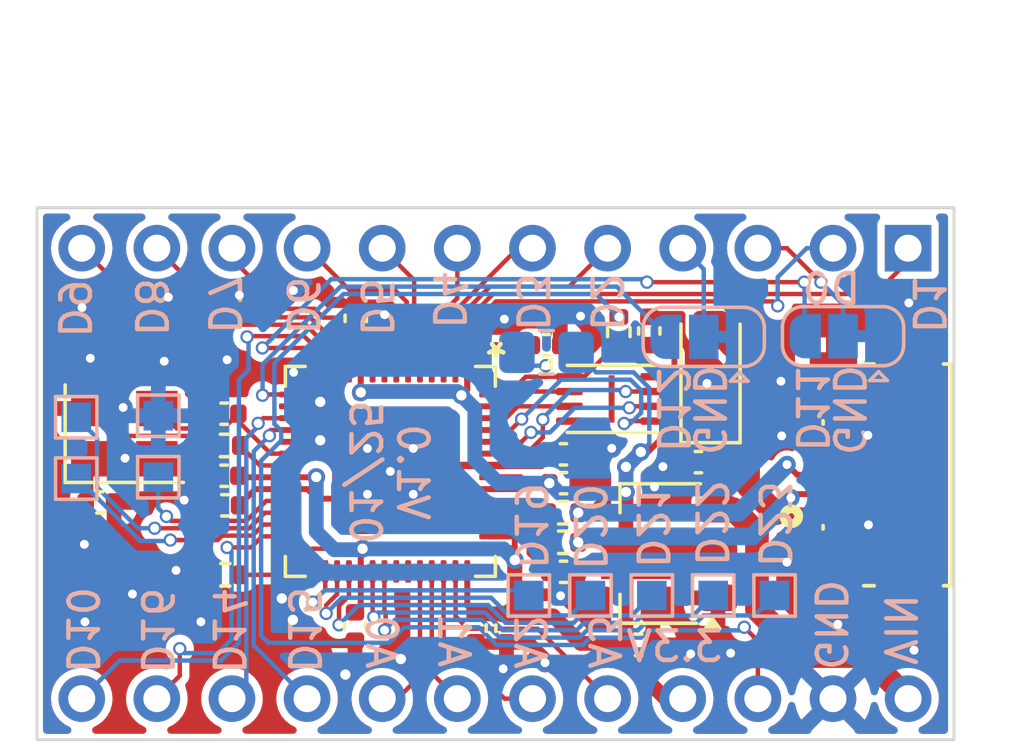
<source format=kicad_pcb>
(kicad_pcb (version 20240108) (generator "pcbnew") (generator_version "8.0")
  (title_block (date "${DATE}") (rev "${VERSION}"))
  (layers (0 "F.Cu" signal) (31 "B.Cu" signal) (34 "B.Paste" user) (35 "F.Paste" user) (36 "B.SilkS" user "B.Silkscreen") (37 "F.SilkS" user "F.Silkscreen") (38 "B.Mask" user) (39 "F.Mask" user) (44 "Edge.Cuts" user))
  (property "DATE" "")
  (property "VERSION" "")
  (net 0 "")
  (net 1 "/RP2040/XIN")
  (net 2 "GND")
  (net 3 "/RP2040/XOUT")
  (net 4 "+1V1")
  (net 5 "/RP2040/USB_D-")
  (net 6 "/RP2040/USB_D+")
  (net 7 "/RP2040/SWD")
  (net 8 "/RP2040/SWCLK")
  (net 9 "/RP2040/~{RST}")
  (net 10 "/RP2040/QSPI_SS")
  (net 11 "/RP2040/XOUT_R")
  (net 12 "/RP2040/USB_D_R+")
  (net 13 "/RP2040/USB_D_R-")
  (net 14 "D9")
  (net 15 "D4")
  (net 16 "D3")
  (net 17 "D1")
  (net 18 "D7")
  (net 19 "D0")
  (net 20 "D2")
  (net 21 "D10")
  (net 22 "D8")
  (net 23 "D5")
  (net 24 "D6")
  (net 25 "D13")
  (net 26 "/RP2040/QSPI_SD3")
  (net 27 "/RP2040/QSPI_SCLK")
  (net 28 "/RP2040/QSPI_SD0")
  (net 29 "/RP2040/QSPI_SD2")
  (net 31 "/RP2040/QSPI_SD1")
  (net 32 "A3")
  (net 33 "A1")
  (net 34 "A2")
  (net 35 "A0")
  (net 36 "D12")
  (net 37 "D11")
  (net 38 "D15")
  (net 39 "D14")
  (net 40 "D19")
  (net 41 "BOOT_SEL")
  (net 42 "D20")
  (net 43 "D21")
  (net 44 "D22")
  (net 45 "D23")
  (net 46 "3.3V")
  (net 47 "Net-(JP1-C)")
  (net 48 "Net-(JP2-C)")
  (net 49 "D16")
  (net 50 "/RP2040/GPIO18")
  (net 51 "/RP2040/GPIO17")
  (net 52 "/RP2040/GPIO25")
  (net 53 "/RP2040/GPIO24")
  (net 54 "+5V")
  (net 55 "VIN")
  (footprint "Capacitor_SMD:C_0402_1005Metric" (layer "F.Cu") (at 115.95 95.8 -90)
    (property "Reference" "C11" (hide yes))
    (property "Value" "100n")
  )
  (footprint "Resistor_SMD:R_0402_1005Metric" (layer "F.Cu") (at 111.55 89.675 180)
    (property "Reference" "R2" (hide yes))
    (property "Value" "1k")
  )
  (footprint "Capacitor_SMD:C_0402_1005Metric" (layer "F.Cu") (at 111.525 90.7 180)
    (property "Reference" "C12" (hide yes))
    (property "Value" "100n")
  )
  (footprint "Resistor_SMD:R_0402_1005Metric" (layer "F.Cu") (at 122.985 92.95 180)
    (property "Reference" "R4" (hide yes))
    (property "Value" "27")
  )
  (footprint "Diode_SMD:D_SOD-123" (layer "F.Cu") (at 127.97 87.22 90)
    (property "Reference" "D1" (hide yes))
    (property "Value" "D_Schottky")
  )
  (footprint "Capacitor_SMD:C_0402_1005Metric" (layer "F.Cu") (at 122.41 86.28)
    (property "Reference" "C14" (hide yes))
    (property "Value" "100n")
  )
  (footprint "Capacitor_SMD:C_0402_1005Metric" (layer "F.Cu") (at 120.025 95.85 -90)
    (property "Reference" "C9" (hide yes))
    (property "Value" "100n")
  )
  (footprint "Capacitor_SMD:C_0402_1005Metric" (layer "F.Cu") (at 122.995 89.975)
    (property "Reference" "C6" (hide yes))
    (property "Value" "100n")
  )
  (footprint "Crystal:Crystal_SMD_3225-4Pin_3.2x2.5mm" (layer "F.Cu") (at 108.15 89.275)
    (property "Reference" "Y1" (hide yes))
    (property "Value" "X322512MSB4SI" (hide yes))
  )
  (footprint "Capacitor_SMD:C_0402_1005Metric" (layer "F.Cu") (at 121.07 95.856 -90)
    (property "Reference" "C10" (hide yes))
    (property "Value" "1uF")
  )
  (footprint "Capacitor_SMD:C_0402_1005Metric" (layer "F.Cu") (at 115.975 85.375 90)
    (property "Reference" "C13" (hide yes))
    (property "Value" "100n")
  )
  (footprint "Package_TO_SOT_SMD:SOT-89-3" (layer "F.Cu") (at 126.27 93.33 180)
    (property "Reference" "U2" (hide yes))
    (property "Value" "AMS1117-3.3")
  )
  (footprint "Capacitor_SMD:C_0402_1005Metric" (layer "F.Cu") (at 125.54 96.42)
    (property "Reference" "C2" (hide yes))
    (property "Value" "10uF")
  )
  (footprint "_Neil:QFN56P40_700X700X90L40X18T310N" (layer "F.Cu") (at 117.1448 90.551 180)
    (property "Reference" "U1" (hide yes))
    (property "Value" "RP2040")
  )
  (footprint "Capacitor_SMD:C_0402_1005Metric" (layer "F.Cu") (at 107.325 91.6)
    (property "Reference" "C5" (hide yes))
    (property "Value" "10pF")
  )
  (footprint "Capacitor_SMD:C_0402_1005Metric" (layer "F.Cu") (at 123 93.95)
    (property "Reference" "C8" (hide yes))
    (property "Value" "1uF")
  )
  (footprint "Capacitor_SMD:C_0402_1005Metric" (layer "F.Cu") (at 111.525 88.6 180)
    (property "Reference" "C4" (hide yes))
    (property "Value" "10pF")
  )
  (footprint "_Own_Library:ProMicro" (layer "F.Cu") (at 121.95 90.62 -90)
    (property "Reference" "U5" (hide yes))
    (property "Value" "ProMicro")
  )
  (footprint "_Own_Library:AMPHENOL_10118192-0001LF" (layer "F.Cu") (at 132 90.67 90)
    (property "Reference" "J1" (hide yes))
    (property "Value" "Micro USB 10118192-0001LF")
  )
  (footprint "Resistor_SMD:R_0402_1005Metric" (layer "F.Cu") (at 111.565 94.05 180)
    (property "Reference" "R6" (hide yes))
    (property "Value" "10k")
  )
  (footprint "Capacitor_SMD:C_0402_1005Metric" (layer "F.Cu") (at 127.56 90.24 180)
    (property "Reference" "C1" (hide yes))
    (property "Value" "10u")
  )
  (footprint "Resistor_SMD:R_0402_1005Metric" (layer "F.Cu") (at 122.985 91.95 180)
    (property "Reference" "R3" (hide yes))
    (property "Value" "27")
  )
  (footprint "Package_SON:Winbond_USON-8-1EP_3x2mm_P0.5mm_EP0.2x1.6mm" (layer "F.Cu") (at 124.625 88.1)
    (property "Reference" "U4" (hide yes))
    (property "Value" "W25Q16JVSS")
  )
  (footprint "Capacitor_SMD:C_0402_1005Metric" (layer "F.Cu") (at 123 90.95)
    (property "Reference" "C15" (hide yes))
    (property "Value" "100n")
  )
  (footprint "Resistor_SMD:R_0402_1005Metric" (layer "F.Cu") (at 124.87 85.84 90)
    (property "Reference" "R1" (hide yes))
    (property "Value" "1k")
  )
  (footprint "Capacitor_SMD:C_0402_1005Metric" (layer "F.Cu") (at 111.55 91.7 180)
    (property "Reference" "C7" (hide yes))
    (property "Value" "100n")
  )
  (footprint "Capacitor_SMD:C_0402_1005Metric" (layer "F.Cu") (at 125.9 85.8 90)
    (property "Reference" "C3" (hide yes))
    (property "Value" "100n")
  )
  (footprint "TestPoint:TestPoint_Pad_1.0x1.0mm" (layer "B.Cu") (at 109.3 88.67 180)
    (property "Reference" "J6" (hide yes))
    (property "Value" "GND")
  )
  (footprint "Resistor_SMD:R_0805_2012Metric_Pad1.20x1.40mm_HandSolder" (layer "B.Cu") (at 122.425 86.525)
    (property "Reference" "R5" (hide yes))
    (property "Value" "DNF")
  )
  (footprint "TestPoint:TestPoint_Pad_1.0x1.0mm" (layer "B.Cu") (at 121.825 94.75 180)
    (property "Reference" "J12" (hide yes))
    (property "Value" "D19")
  )
  (footprint "_MobiFlight:SolderJumper-3_P1.3mm_Bridged12_RoundedPad1.0x1.5mm" (layer "B.Cu") (at 132.45 85.9775 180)
    (property "Reference" "JP1" (hide yes))
    (property "Value" "SolderJumper")
  )
  (footprint "_MobiFlight:SolderJumper-3_P1.3mm_Bridged12_RoundedPad1.0x1.5mm" (layer "B.Cu") (at 127.74 86 180)
    (property "Reference" "JP2" (hide yes))
    (property "Value" "SolderJumper")
  )
  (footprint "TestPoint:TestPoint_Pad_1.0x1.0mm" (layer "B.Cu") (at 106.525 90.795 180)
    (property "Reference" "J5" (hide yes))
    (property "Value" "RST")
  )
  (footprint "TestPoint:TestPoint_Pad_1.0x1.0mm" (layer "B.Cu") (at 130.135 94.75 180)
    (property "Reference" "J16" (hide yes))
    (property "Value" "D23")
  )
  (footprint "TestPoint:TestPoint_Pad_1.0x1.0mm" (layer "B.Cu") (at 109.3 90.75 -90)
    (property "Reference" "J3" (hide yes))
    (property "Value" "SWD")
  )
  (footprint "TestPoint:TestPoint_Pad_1.0x1.0mm" (layer "B.Cu") (at 128.06 94.75 180)
    (property "Reference" "J15" (hide yes))
    (property "Value" "D22")
  )
  (footprint "TestPoint:TestPoint_Pad_1.0x1.0mm" (layer "B.Cu") (at 123.91 94.75 180)
    (property "Reference" "J13" (hide yes))
    (property "Value" "D20")
  )
  (footprint "TestPoint:TestPoint_Pad_1.0x1.0mm" (layer "B.Cu") (at 125.985 94.75 180)
    (property "Reference" "J14" (hide yes))
    (property "Value" "D21")
  )
  (footprint "TestPoint:TestPoint_Pad_1.0x1.0mm" (layer "B.Cu") (at 106.525 88.72 180)
    (property "Reference" "J4" (hide yes))
    (property "Value" "SWCLK")
  )
  (gr_rect (start 105.2 81.63) (end 136.2 99.63) (stroke (width 0.1)) (fill none) (layer "Edge.Cuts"))
  (gr_text "GND" (at 132.05 90.1 270) (layer "B.SilkS") (effects (font (size 1 1) (thickness 0.153)) (justify left bottom mirror)))
  (gr_text "A3" (at 123.78 97.32 -90) (layer "B.SilkS") (effects (font (size 1 1) (thickness 0.153)) (justify left bottom mirror)))
  (gr_text "GND" (at 131.43 97.37 270) (layer "B.SilkS") (effects (font (size 1 1) (thickness 0.153)) (justify left bottom mirror)))
  (gr_text "D8" (at 108.455 86.07 270) (layer "B.SilkS") (effects (font (size 1 1) (thickness 0.153)) (justify left bottom mirror)))
  (gr_text "D9" (at 105.855 86.12 270) (layer "B.SilkS") (effects (font (size 1 1) (thickness 0.153)) (justify left bottom mirror)))
  (gr_text "GND" (at 127.325 90.1 270) (layer "B.SilkS") (effects (font (size 1 1) (thickness 0.153)) (justify left bottom mirror)))
  (gr_text "D16" (at 108.655 97.495 270) (layer "B.SilkS") (effects (font (size 1 1) (thickness 0.153)) (justify left bottom mirror)))
  (gr_text "D19" (at 121.29 93.95 270) (layer "B.SilkS") (effects (font (size 1 1) (thickness 0.153)) (justify left bottom mirror)))
  (gr_text "D10" (at 106.13 97.47 270) (layer "B.SilkS") (effects (font (size 1 1) (thickness 0.153)) (justify left bottom mirror)))
  (gr_text "D22" (at 127.4 93.85 270) (layer "B.SilkS") (effects (font (size 1 1) (thickness 0.153)) (justify left bottom mirror)))
  (gr_text "D21" (at 125.41 93.92 270) (layer "B.SilkS") (effects (font (size 1 1) (thickness 0.153)) (justify left bottom mirror)))
  (gr_text "D15" (at 113.63 97.47 270) (layer "B.SilkS") (effects (font (size 1 1) (thickness 0.153)) (justify left bottom mirror)))
  (gr_text "D20" (at 123.29 93.98 270) (layer "B.SilkS") (effects (font (size 1 1) (thickness 0.153)) (justify left bottom mirror)))
  (gr_text "A0" (at 116.255 97.32 -90) (layer "B.SilkS") (effects (font (size 1 1) (thickness 0.153)) (justify left bottom mirror)))
  (gr_text "D7" (at 110.93 85.995 270) (layer "B.SilkS") (effects (font (size 1 1) (thickness 0.153)) (justify left bottom mirror)))
  (gr_text "A1" (at 118.705 97.27 -90) (layer "B.SilkS") (effects (font (size 1 1) (thickness 0.153)) (justify left bottom mirror)))
  (gr_text "D5" (at 116.08 86.07 270) (layer "B.SilkS") (effects (font (size 1 1) (thickness 0.153)) (justify left bottom mirror)))
  (gr_text "D14" (at 111.08 97.495 270) (layer "B.SilkS") (effects (font (size 1 1) (thickness 0.153)) (justify left bottom mirror)))
  (gr_text "D2" (at 123.85 85.9 270) (layer "B.SilkS") (effects (font (size 1 1) (thickness 0.153)) (justify left bottom mirror)))
  (gr_text "D23" (at 129.53 93.89 270) (layer "B.SilkS") (effects (font (size 1 1) (thickness 0.153)) (justify left bottom mirror)))
  (gr_text "D11" (at 130.8 89.975 270) (layer "B.SilkS") (effects (font (size 1 1) (thickness 0.153)) (justify left bottom mirror)))
  (gr_text "D0" (at 133.13 84.97 0) (layer "B.SilkS") (effects (font (size 1 1) (thickness 0.153)) (justify left bottom mirror)))
  (gr_text "VIN" (at 133.78 97.195 -90) (layer "B.SilkS") (effects (font (size 1 1) (thickness 0.153)) (justify left bottom mirror)))
  (gr_text "D3" (at 121.35 85.9 270) (layer "B.SilkS") (effects (font (size 1 1) (thickness 0.153)) (justify left bottom mirror)))
  (gr_text "D6" (at 113.58 86.02 270) (layer "B.SilkS") (effects (font (size 1 1) (thickness 0.153)) (justify left bottom mirror)))
  (gr_text "A2" (at 121.275 97.325 -90) (layer "B.SilkS") (effects (font (size 1 1) (thickness 0.153)) (justify left bottom mirror)))
  (gr_text "D4" (at 118.53 85.82 270) (layer "B.SilkS") (effects (font (size 1 1) (thickness 0.153)) (justify left bottom mirror)))
  (gr_text "D12" (at 126.1 90 270) (layer "B.SilkS") (effects (font (size 1 1) (thickness 0.153)) (justify left bottom mirror)))
  (gr_text "D1" (at 134.75 85.975 -90) (layer "B.SilkS") (effects (font (size 1 1) (thickness 0.153)) (justify left bottom mirror)))
  (gr_text "V1.0\n01/25" (at 115.7 90.575 270) (layer "B.SilkS") (effects (font (size 1 1) (thickness 0.153)) (justify bottom mirror)))
  (gr_text "3.3V" (at 128.47 97.06 0) (layer "B.SilkS") (effects (font (size 1 1) (thickness 0.153)) (justify left bottom mirror)))
  (segment (start 109.925 89.1) (end 109.25 88.425) (width 0.15) (layer "F.Cu") (net 1))
  (segment (start 113.7598 89.951) (end 113.098148 89.951) (width 0.15) (layer "F.Cu") (net 1))
  (segment (start 112.005 88.6) (end 111.505 89.1) (width 0.15) (layer "F.Cu") (net 1))
  (segment (start 112.005 88.857852) (end 112.005 88.6) (width 0.15) (layer "F.Cu") (net 1))
  (segment (start 113.098148 89.951) (end 112.005 88.857852) (width 0.15) (layer "F.Cu") (net 1))
  (segment (start 111.505 89.1) (end 109.925 89.1) (width 0.15) (layer "F.Cu") (net 1))
  (segment (start 108.09191 88.406908) (end 107.068092 88.406908) (width 0.5) (layer "F.Cu") (net 2))
  (segment (start 123.875 88.85) (end 124 88.975) (width 0.15) (layer "F.Cu") (net 2))
  (segment (start 115.9208 91.775) (end 116.3698 91.326) (width 0.2) (layer "F.Cu") (net 2))
  (segment (start 114.724 89.551) (end 113.7598 89.551) (width 0.2) (layer "F.Cu") (net 2))
  (segment (start 114.775 89.5) (end 114.724 89.551) (width 0.2) (layer "F.Cu") (net 2))
  (segment (start 124 89.85) (end 123.875 89.975) (width 0.15) (layer "F.Cu") (net 2))
  (segment (start 109.235002 90.106908) (end 108.161004 90.106908) (width 0.5) (layer "F.Cu") (net 2))
  (segment (start 123.2 88.85) (end 123.875 88.85) (width 0.15) (layer "F.Cu") (net 2))
  (segment (start 132.07 98.29) (end 132.07 98.22) (width 0.8) (layer "F.Cu") (net 2))
  (segment (start 124 88.975) (end 124 89.85) (width 0.15) (layer "F.Cu") (net 2))
  (segment (start 123.875 89.975) (end 123.475 89.975) (width 0.15) (layer "F.Cu") (net 2))
  (via (at 133.31 92.36) (size 0.65) (drill 0.3) (layers "F.Cu" "B.Cu") (net 2))
  (via (at 117.9198 89.776) (size 0.65) (drill 0.3) (layers "F.Cu" "B.Cu") (net 2))
  (via (at 130.55 93.625) (size 0.65) (drill 0.3) (layers "F.Cu" "B.Cu") (net 2))
  (via (at 110.74 95.64) (size 0.65) (drill 0.3) (layers "F.Cu" "B.Cu") (net 2))
  (via (at 115.625 97.425) (size 0.6) (drill 0.35) (layers "F.Cu" "B.Cu") (net 2))
  (via (at 107 86.725) (size 0.65) (drill 0.3) (layers "F.Cu" "B.Cu") (net 2))
  (via (at 123.575 85.3) (size 0.65) (drill 0.3) (layers "F.Cu" "B.Cu") (net 2))
  (via (at 130.375 89.35) (size 0.65) (drill 0.3) (layers "F.Cu" "B.Cu") (net 2))
  (via (at 109.5 86.825) (size 0.65) (drill 0.3) (layers "F.Cu" "B.Cu") (net 2))
  (via (at 117.1448 90.551) (size 0.65) (drill 0.3) (layers "F.Cu" "B.Cu") (net 2))
  (via (at 116.95 85.25) (size 0.65) (drill 0.3) (layers "F.Cu" "B.Cu") (net 2))
  (via (at 112.04 84.59) (size 0.65) (drill 0.3) (layers "F.Cu" "B.Cu") (net 2))
  (via (at 113.868554 84.431446) (size 0.65) (drill 0.3) (layers "F.Cu" "B.Cu") (net 2))
  (via (at 117.9198 91.326) (size 0.65) (drill 0.3) (layers "F.Cu" "B.Cu") (net 2))
  (via (at 117.5 96.9) (size 0.6) (drill 0.35) (layers "F.Cu" "B.Cu") (net 2))
  (via (at 116.3698 89.776) (size 0.65) (drill 0.3) (layers "F.Cu" "B.Cu") (net 2))
  (via (at 108.425 94.7) (size 0.65) (drill 0.3) (layers "F.Cu" "B.Cu") (net 2))
  (via (at 122.9 94.76) (size 0.65) (drill 0.3) (layers "F.Cu" "B.Cu") (net 2))
  (via (at 114.775 88.2) (size 0.6) (drill 0.35) (layers "F.Cu" "B.Cu") (net 2))
  (via (at 111.625 86.775) (size 0.65) (drill 0.3) (layers "F.Cu" "B.Cu") (net 2))
  (via (at 132.275 95.725) (size 0.65) (drill 0.3) (layers "F.Cu" "B.Cu") (net 2))
  (via (at 126.075 91.075) (size 0.65) (drill 0.3) (layers "F.Cu" "B.Cu") (net 2))
  (via (at 126.36 90.39) (size 0.65) (drill 0.3) (layers "F.Cu" "B.Cu") (net 2))
  (via (at 106.8 93.02) (size 0.65) (drill 0.3) (layers "F.Cu" "B.Cu") (net 2))
  (via (at 127.3 96.725) (size 0.65) (drill 0.3) (layers "F.Cu" "B.Cu") (net 2))
  (via (at 113.85 95.575) (size 0.6) (drill 0.35) (layers "F.Cu" "B.Cu") (net 2))
  (via (at 127.85 87.575) (size 0.65) (drill 0.3) (layers "F.Cu" "B.Cu") (net 2))
  (via (at 113.875 87.2) (size 0.65) (drill 0.3) (layers "F.Cu" "B.Cu") (net 2))
  (via (at 108.175002 90.106908) (size 0.65) (drill 0.3) (layers "F.Cu" "B.Cu") (net 2))
  (via (at 109.9 93.9) (size 0.65) (drill 0.3) (layers "F.Cu" "B.Cu") (net 2))
  (via (at 114.775 89.5) (size 0.6) (drill 0.35) (layers "F.Cu" "B.Cu") (net 2))
  (via (at 133.29 89.33) (size 0.65) (drill 0.3) (layers "F.Cu" "B.Cu") (net 2))
  (via (at 122.375 97.025) (size 0.65) (drill 0.3) (layers "F.Cu" "B.Cu") (net 2))
  (via (at 106.82 95.64) (size 0.65) (drill 0.3) (layers "F.Cu" "B.Cu") (net 2))
  (via (at 113.475 94.85) (size 0.6) (drill 0.35) (layers "F.Cu" "B.Cu") (net 2))
  (via (at 130.35 87.5) (size 0.65) (drill 0.3) (layers "F.Cu" "B.Cu") (net 2))
  (via (at 109.64 84.66) (size 0.65) (drill 0.3) (layers "F.Cu" "B.Cu") (net 2))
  (via (at 120.96 97.23) (size 0.65) (drill 0.3) (layers "F.Cu" "B.Cu") (net 2))
  (via (at 121 85.4) (size 0.65) (drill 0.3) (layers "F.Cu" "B.Cu") (net 2))
  (via (at 134.675 84.85) (size 0.65) (drill 0.3) (layers "F.Cu" "B.Cu") (net 2))
  (via (at 110.175 91.525) (size 0.65) (drill 0.3) (layers "F.Cu" "B.Cu") (net 2))
  (via (at 134.85 96.6) (size 0.65) (drill 0.3) (layers "F.Cu" "B.Cu") (net 2))
  (via (at 116.3698 91.326) (size 0.65) (drill 0.3) (layers "F.Cu" "B.Cu") (net 2))
  (via (at 108.110002 88.388816) (size 0.65) (drill 0.3) (layers "F.Cu" "B.Cu") (net 2))
  (via (at 124.63 89.77) (size 0.65) (drill 0.3) (layers "F.Cu" "B.Cu") (net 2))
  (via (at 106.72 85.01) (size 0.65) (drill 0.3) (layers "F.Cu" "B.Cu") (net 2))
  (via (at 128.65 96.7) (size 0.65) (drill 0.3) (layers "F.Cu" "B.Cu") (net 2))
  (segment (start 106.845 91.6) (end 107.03 91.415) (width 0.15) (layer "F.Cu") (net 3))
  (segment (start 107.825 89.35) (end 107.05 90.125) (width 0.15) (layer "F.Cu") (net 3))
  (segment (start 110.715 89.35) (end 107.825 89.35) (width 0.15) (layer "F.Cu") (net 3))
  (segment (start 107.03 91.415) (end 107.03 89.755) (width 0.15) (layer "F.Cu") (net 3))
  (segment (start 111.04 89.675) (end 110.715 89.35) (width 0.15) (layer "F.Cu") (net 3))
  (segment (start 118.6958 92.55) (end 115.575 92.55) (width 0.25) (layer "F.Cu") (net 4))
  (segment (start 115.575 92.55) (end 115.3 92.275) (width 0.25) (layer "F.Cu") (net 4))
  (segment (start 115.3 91.475) (end 114.665893 91.475) (width 0.2) (layer "F.Cu") (net 4))
  (segment (start 119.076 90.351) (end 120.5298 90.351) (width 0.25) (layer "F.Cu") (net 4))
  (segment (start 122.249 90.351) (end 122.6 90) (width 0.25) (layer "F.Cu") (net 4))
  (segment (start 119.0958 92.15) (end 119.075 92.1292) (width 0.25) (layer "F.Cu") (net 4))
  (segment (start 119.625 92.15) (end 119.0958 92.15) (width 0.25) (layer "F.Cu") (net 4))
  (segment (start 119.075 90.35) (end 119.076 90.351) (width 0.25) (layer "F.Cu") (net 4))
  (segment (start 114.341893 91.151) (end 113.7598 91.151) (width 0.2) (layer "F.Cu") (net 4))
  (segment (start 119.075 88.9312) (end 119.075 90.35) (width 0.25) (layer "F.Cu") (net 4))
  (segment (start 115.3 92.275) (end 115.3 88.8) (width 0.25) (layer "F.Cu") (net 4))
  (segment (start 119.825 92.35) (end 119.625 92.15) (width 0.25) (layer "F.Cu") (net 4))
  (segment (start 120.479778 92.35) (end 119.825 92.35) (width 0.25) (layer "F.Cu") (net 4))
  (segment (start 115.3 88.8) (end 115.525 88.575) (width 0.25) (layer "F.Cu") (net 4))
  (segment (start 114.665893 91.475) (end 114.341893 91.151) (width 0.2) (layer "F.Cu") (net 4))
  (segment (start 121.36062 92.351) (end 121.875 92.86538) (width 0.25) (layer "F.Cu") (net 4))
  (segment (start 115.525 88.575) (end 118.7188 88.575) (width 0.25) (layer "F.Cu") (net 4))
  (segment (start 119.075 92.1292) (end 119.075 90.35) (width 0.25) (layer "F.Cu") (net 4))
  (segment (start 120.5298 90.351) (end 122.249 90.351) (width 0.25) (layer "F.Cu") (net 4))
  (segment (start 113.7598 91.151) (end 112.579 91.151) (width 0.2) (layer "F.Cu") (net 4))
  (segment (start 121.875 92.86538) (end 121.875 93.305) (width 0.25) (layer "F.Cu") (net 4))
  (segment (start 120.5298 92.351) (end 121.36062 92.351) (width 0.25) (layer "F.Cu") (net 4))
  (segment (start 119.0958 92.15) (end 118.6958 92.55) (width 0.25) (layer "F.Cu") (net 4))
  (segment (start 118.7188 88.575) (end 119.075 88.9312) (width 0.25) (layer "F.Cu") (net 4))
  (segment (start 112.579 91.151) (end 112.03 91.7) (width 0.2) (layer "F.Cu") (net 4))
  (segment (start 121.875 93.305) (end 122.52 93.95) (width 0.25) (layer "F.Cu") (net 4))
  (segment (start 130.810914 91.32) (end 132.16 91.32) (width 0.2) (layer "F.Cu") (net 5))
  (segment (start 123.495 92.95) (end 123.495 93.025) (width 0.4) (layer "F.Cu") (net 5))
  (segment (start 130.685914 91.445) (end 130.810914 91.32) (width 0.2) (layer "F.Cu") (net 5))
  (via (at 130.685914 91.445) (size 0.45) (drill 0.3) (layers "F.Cu" "B.Cu") (net 5))
  (via (at 123.495 92.95) (size 0.6) (drill 0.35) (layers "F.Cu" "B.Cu") (net 5))
  (segment (start 123.695 92.75) (end 123.495 92.95) (width 0.6) (layer "B.Cu") (net 5))
  (segment (start 130.685914 91.445) (end 129.380914 92.75) (width 0.6) (layer "B.Cu") (net 5))
  (segment (start 129.380914 92.75) (end 123.695 92.75) (width 0.6) (layer "B.Cu") (net 5))
  (segment (start 130.555 90.32) (end 130.905 90.67) (width 0.2) (layer "F.Cu") (net 6))
  (segment (start 123.495 91.95) (end 123.495 92) (width 0.4) (layer "F.Cu") (net 6))
  (segment (start 130.905 90.67) (end 132.425 90.67) (width 0.2) (layer "F.Cu") (net 6))
  (via (at 123.495 91.95) (size 0.6) (drill 0.35) (layers "F.Cu" "B.Cu") (net 6))
  (via (at 130.555 90.32) (size 0.45) (drill 0.3) (layers "F.Cu" "B.Cu") (net 6))
  (segment (start 130.555 90.32) (end 128.925 91.95) (width 0.6) (layer "B.Cu") (net 6))
  (segment (start 128.925 91.95) (end 123.495 91.95) (width 0.6) (layer "B.Cu") (net 6))
  (segment (start 109.725 92.225) (end 112.275 92.225) (width 0.15) (layer "F.Cu") (net 7))
  (segment (start 112.275 92.225) (end 112.949 91.551) (width 0.15) (layer "F.Cu") (net 7))
  (segment (start 112.949 91.551) (end 113.7598 91.551) (width 0.15) (layer "F.Cu") (net 7))
  (segment (start 109.575 92.075) (end 109.725 92.225) (width 0.15) (layer "F.Cu") (net 7))
  (via (at 109.575 92.075) (size 0.45) (drill 0.3) (layers "F.Cu" "B.Cu") (net 7))
  (segment (start 109.3 91.8) (end 109.3 90.75) (width 0.15) (layer "B.Cu") (net 7))
  (segment (start 109.575 92.075) (end 109.3 91.8) (width 0.15) (layer "B.Cu") (net 7))
  (segment (start 112.378554 92.475) (end 112.902554 91.951) (width 0.15) (layer "F.Cu") (net 8))
  (segment (start 109.175 92.475) (end 112.378554 92.475) (width 0.15) (layer "F.Cu") (net 8))
  (segment (start 112.902554 91.951) (end 113.7598 91.951) (width 0.15) (layer "F.Cu") (net 8))
  (via (at 109.175 92.475) (size 0.45) (drill 0.3) (layers "F.Cu" "B.Cu") (net 8))
  (segment (start 107.23 89.425) (end 106.55 88.745) (width 0.15) (layer "B.Cu") (net 8))
  (segment (start 107.23 91.088578) (end 107.23 89.425) (width 0.15) (layer "B.Cu") (net 8))
  (segment (start 108.616422 92.475) (end 107.23 91.088578) (width 0.15) (layer "B.Cu") (net 8))
  (segment (start 109.175 92.475) (end 108.616422 92.475) (width 0.15) (layer "B.Cu") (net 8))
  (segment (start 112.482108 92.725) (end 112.856108 92.351) (width 0.15) (layer "F.Cu") (net 9))
  (segment (start 111.309314 92.875) (end 111.459314 92.725) (width 0.15) (layer "F.Cu") (net 9))
  (segment (start 109.704657 92.875) (end 111.025 92.875) (width 0.15) (layer "F.Cu") (net 9))
  (segment (start 111.025 92.875) (end 111.055 92.905) (width 0.15) (layer "F.Cu") (net 9))
  (segment (start 112.856108 92.351) (end 113.7598 92.351) (width 0.15) (layer "F.Cu") (net 9))
  (segment (start 111.459314 92.725) (end 112.482108 92.725) (width 0.15) (layer "F.Cu") (net 9))
  (segment (start 111.055 92.905) (end 111.055 94.05) (width 0.15) (layer "F.Cu") (net 9))
  (segment (start 109.704657 92.875) (end 111.309314 92.875) (width 0.15) (layer "F.Cu") (net 9))
  (via (at 109.704657 92.875) (size 0.45) (drill 0.3) (layers "F.Cu" "B.Cu") (net 9))
  (segment (start 109.704657 92.875) (end 109.672877 92.90678) (width 0.15) (layer "B.Cu") (net 9))
  (segment (start 106.582868 90.795) (end 106.525 90.795) (width 0.15) (layer "B.Cu") (net 9))
  (segment (start 109.672877 92.90678) (end 108.694648 92.90678) (width 0.15) (layer "B.Cu") (net 9))
  (segment (start 108.694648 92.90678) (end 106.582868 90.795) (width 0.15) (layer "B.Cu") (net 9))
  (segment (start 123.22 87.33) (end 123.2 87.35) (width 0.15) (layer "F.Cu") (net 10))
  (segment (start 121.120446 87.951) (end 121.721446 87.35) (width 0.15) (layer "F.Cu") (net 10))
  (segment (start 124.87 86.35) (end 124.7 86.35) (width 0.15) (layer "F.Cu") (net 10))
  (segment (start 120.5308 87.95) (end 120.5298 87.951) (width 0.15) (layer "F.Cu") (net 10))
  (segment (start 123.72 87.33) (end 123.22 87.33) (width 0.15) (layer "F.Cu") (net 10))
  (segment (start 124.88 86.24) (end 124.84 86.28) (width 0.15) (layer "F.Cu") (net 10))
  (segment (start 122.4 87.35) (end 121.83 87.35) (width 0.15) (layer "F.Cu") (net 10))
  (segment (start 121.721446 87.35) (end 122.275 87.35) (width 0.15) (layer "F.Cu") (net 10))
  (segment (start 120.5298 87.951) (end 121.120446 87.951) (width 0.15) (layer "F.Cu") (net 10))
  (segment (start 122.4 86.975) (end 122.4 87.35) (width 0.15) (layer "F.Cu") (net 10))
  (segment (start 124.7 86.35) (end 123.72 87.33) (width 0.15) (layer "F.Cu") (net 10))
  (segment (start 122.275 87.35) (end 123.2 87.35) (width 0.15) (layer "F.Cu") (net 10))
  (via (at 122.4 86.975) (size 0.45) (drill 0.3) (layers "F.Cu" "B.Cu") (net 10))
  (segment (start 121.425 86.525) (end 121.875 86.975) (width 0.15) (layer "B.Cu") (net 10))
  (segment (start 121.875 86.975) (end 122.4 86.975) (width 0.15) (layer "B.Cu") (net 10))
  (segment (start 113.7598 90.351) (end 112.736 90.351) (width 0.15) (layer "F.Cu") (net 11))
  (segment (start 112.736 90.351) (end 112.06 89.675) (width 0.15) (layer "F.Cu") (net 11))
  (segment (start 120.5298 91.551) (end 122.076 91.551) (width 0.2) (layer "F.Cu") (net 12))
  (segment (start 122.076 91.551) (end 122.475 91.95) (width 0.2) (layer "F.Cu") (net 12))
  (segment (start 120.5298 91.951) (end 121.476 91.951) (width 0.2) (layer "F.Cu") (net 13))
  (segment (start 122.475 92.95) (end 122.475 93.025) (width 0.2) (layer "F.Cu") (net 13))
  (segment (start 121.476 91.951) (end 122.475 92.95) (width 0.2) (layer "F.Cu") (net 13))
  (segment (start 109.3 85.59) (end 106.71 83) (width 0.15) (layer "F.Cu") (net 14))
  (segment (start 114.28 85.59) (end 109.3 85.59) (width 0.15) (layer "F.Cu") (net 14))
  (segment (start 115.3448 87.166) (end 115.3448 86.6548) (width 0.15) (layer "F.Cu") (net 14))
  (segment (start 115.3448 86.6548) (end 114.28 85.59) (width 0.15) (layer "F.Cu") (net 14))
  (segment (start 117.7448 87.166) (end 117.7448 86.35522) (width 0.15) (layer "F.Cu") (net 15))
  (segment (start 117.7448 86.35522) (end 119.41 84.69002) (width 0.15) (layer "F.Cu") (net 15))
  (segment (start 119.41 84.69002) (end 119.41 83) (width 0.15) (layer "F.Cu") (net 15))
  (segment (start 118.1448 87.166) (end 118.1448 86.3152) (width 0.15) (layer "F.Cu") (net 16))
  (segment (start 121.46 83) (end 121.95 83) (width 0.15) (layer "F.Cu") (net 16))
  (segment (start 118.1448 86.3152) (end 121.46 83) (width 0.15) (layer "F.Cu") (net 16))
  (segment (start 133.540686 84.55) (end 134.65 83.440686) (width 0.15) (layer "F.Cu") (net 17))
  (segment (start 118.9448 87.166) (end 118.9448 86.222308) (width 0.15) (layer "F.Cu") (net 17))
  (segment (start 120.617108 84.55) (end 133.540686 84.55) (width 0.15) (layer "F.Cu") (net 17))
  (segment (start 118.9448 86.222308) (end 120.617108 84.55) (width 0.15) (layer "F.Cu") (net 17))
  (segment (start 134.65 83.440686) (end 134.65 83) (width 0.15) (layer "F.Cu") (net 17))
  (segment (start 134.23 83.43) (end 134.61 83.05) (width 0.15) (layer "B.Cu") (net 17))
  (segment (start 114.875 85.35) (end 114.575 85.05) (width 0.15) (layer "F.Cu") (net 18))
  (segment (start 111.79 83.3625) (end 111.79 83) (width 0.15) (layer "F.Cu") (net 18))
  (segment (start 116.275 85.35) (end 114.875 85.35) (width 0.15) (layer "F.Cu") (net 18))
  (segment (start 116.5448 85.6198) (end 116.275 85.35) (width 0.15) (layer "F.Cu") (net 18))
  (segment (start 113.4775 85.05) (end 111.79 83.3625) (width 0.15) (layer "F.Cu") (net 18))
  (segment (start 116.5448 87.166) (end 116.5448 85.6198) (width 0.15) (layer "F.Cu") (net 18))
  (segment (start 114.575 85.05) (end 113.4775 85.05) (width 0.15) (layer "F.Cu") (net 18))
  (segment (start 130.09 84.8) (end 120.720662 84.8) (width 0.15) (layer "F.Cu") (net 19))
  (segment (start 119.3448 86.175862) (end 119.3448 87.166) (width 0.15) (layer "F.Cu") (net 19))
  (segment (start 120.720662 84.8) (end 119.3448 86.175862) (width 0.15) (layer "F.Cu") (net 19))
  (segment (start 130.24 84.95) (end 130.09 84.8) (width 0.15) (layer "F.Cu") (net 19))
  (via (at 130.24 84.95) (size 0.45) (drill 0.3) (layers "F.Cu" "B.Cu") (net 19))
  (segment (start 130.24 84.95) (end 130.24 83.98) (width 0.15) (layer "B.Cu") (net 19))
  (segment (start 130.24 83.98) (end 131.22 83) (width 0.15) (layer "B.Cu") (net 19))
  (segment (start 131.22 83) (end 132.11 83) (width 0.15) (layer "B.Cu") (net 19))
  (segment (start 132.07 83.61) (end 132.07 83.05) (width 0.15) (layer "B.Cu") (net 19))
  (segment (start 118.5448 87.166) (end 118.5448 86.268754) (width 0.15) (layer "F.Cu") (net 20))
  (segment (start 123.19 84.3) (end 124.49 83) (width 0.15) (layer "F.Cu") (net 20))
  (segment (start 120.513554 84.3) (end 123.19 84.3) (width 0.15) (layer "F.Cu") (net 20))
  (segment (start 118.5448 86.268754) (end 120.513554 84.3) (width 0.15) (layer "F.Cu") (net 20))
  (segment (start 123.892892 83.05) (end 124.45 83.05) (width 0.15) (layer "B.Cu") (net 20))
  (segment (start 124.43 83.05) (end 124.44 83.06) (width 0.15) (layer "B.Cu") (net 20))
  (segment (start 123.875 83.05) (end 124.43 83.05) (width 0.15) (layer "B.Cu") (net 20))
  (segment (start 114.225 85.975) (end 114.9448 86.6948) (width 0.15) (layer "F.Cu") (net 21))
  (segment (start 114.9448 86.6948) (end 114.9448 87.166) (width 0.15) (layer "F.Cu") (net 21))
  (segment (start 112.3 86) (end 112.325 85.975) (width 0.15) (layer "F.Cu") (net 21))
  (segment (start 112.325 85.975) (end 114.225 85.975) (width 0.15) (layer "F.Cu") (net 21))
  (via (at 112.3 86) (size 0.45) (drill 0.3) (layers "F.Cu" "B.Cu") (net 21))
  (segment (start 112.025 87.45) (end 112.025 96.345) (width 0.15) (layer "B.Cu") (net 21))
  (segment (start 112.3 86) (end 112.35 86.05) (width 0.15) (layer "B.Cu") (net 21))
  (segment (start 111.42 96.95) (end 108 96.95) (width 0.15) (layer "B.Cu") (net 21))
  (segment (start 112.025 96.345) (end 111.42 96.95) (width 0.15) (layer "B.Cu") (net 21))
  (segment (start 112.35 86.05) (end 112.35 87.125) (width 0.15) (layer "B.Cu") (net 21))
  (segment (start 112.35 87.125) (end 112.025 87.45) (width 0.15) (layer "B.Cu") (net 21))
  (segment (start 108 96.95) (end 106.71 98.24) (width 0.15) (layer "B.Cu") (net 21))
  (segment (start 115.7448 86.6548) (end 114.43 85.34) (width 0.15) (layer "F.Cu") (net 22))
  (segment (start 115.7448 87.166) (end 115.7448 86.6548) (width 0.15) (layer "F.Cu") (net 22))
  (segment (start 114.43 85.34) (end 111.59 85.34) (width 0.15) (layer "F.Cu") (net 22))
  (segment (start 111.59 85.34) (end 109.25 83) (width 0.15) (layer "F.Cu") (net 22))
  (segment (start 117.3448 86.401666) (end 117.95 85.796466) (width 0.15) (layer "F.Cu") (net 23))
  (segment (start 117.3448 87.166) (end 117.3448 86.401666) (width 0.15) (layer "F.Cu") (net 23))
  (segment (start 117.95 85.796466) (end 117.95 84.08) (width 0.15) (layer "F.Cu") (net 23))
  (segment (start 117.95 84.08) (end 116.87 83) (width 0.15) (layer "F.Cu") (net 23))
  (segment (start 114.35 83) (end 114.33 83) (width 0.15) (layer "F.Cu") (net 24))
  (segment (start 115.76 84.41) (end 114.35 83) (width 0.15) (layer "F.Cu") (net 24))
  (segment (start 117.7 84.817893) (end 117.292107 84.41) (width 0.15) (layer "F.Cu") (net 24))
  (segment (start 117.292107 84.41) (end 115.76 84.41) (width 0.15) (layer "F.Cu") (net 24))
  (segment (start 116.9448 86.448112) (end 117.7 85.692912) (width 0.15) (layer "F.Cu") (net 24))
  (segment (start 116.9448 87.166) (end 116.9448 86.448112) (width 0.15) (layer "F.Cu") (net 24))
  (segment (start 117.7 85.692912) (end 117.7 84.817893) (width 0.15) (layer "F.Cu") (net 24))
  (segment (start 122.3 89.4) (end 121.749 89.951) (width 0.15) (layer "F.Cu") (net 26))
  (segment (start 121.749 89.951) (end 120.5298 89.951) (width 0.15) (layer "F.Cu") (net 26))
  (segment (start 122.3 88.8) (end 122.3 89.4) (width 0.15) (layer "F.Cu") (net 26))
  (segment (start 125.1 87.85) (end 126.05 87.85) (width 0.15) (layer "F.Cu") (net 26))
  (via (at 125.1 87.85) (size 0.45) (drill 0.3) (layers "F.Cu" "B.Cu") (net 26))
  (via (at 122.3 88.8) (size 0.45) (drill 0.3) (layers "F.Cu" "B.Cu") (net 26))
  (segment (start 123.25 87.8) (end 125.05 87.8) (width 0.15) (layer "B.Cu") (net 26))
  (segment (start 122.3 88.75) (end 123.25 87.8) (width 0.15) (layer "B.Cu") (net 26))
  (segment (start 122.3 88.8) (end 122.3 88.75) (width 0.15) (layer "B.Cu") (net 26))
  (segment (start 125.05 87.8) (end 125.1 87.85) (width 0.15) (layer "B.Cu") (net 26))
  (segment (start 126.05 88.35) (end 125.275 88.35) (width 0.15) (layer "F.Cu") (net 27))
  (segment (start 125.275 88.35) (end 125.225 88.4) (width 0.15) (layer "F.Cu") (net 27))
  (segment (start 121.581189 89.551) (end 120.5298 89.551) (width 0.15) (layer "F.Cu") (net 27))
  (segment (start 121.9 89.232189) (end 121.581189 89.551) (width 0.15) (layer "F.Cu") (net 27))
  (via (at 121.9 89.232189) (size 0.45) (drill 0.3) (layers "F.Cu" "B.Cu") (net 27))
  (via (at 125.225 88.4) (size 0.45) (drill 0.3) (layers "F.Cu" "B.Cu") (net 27))
  (segment (start 121.9 89.232189) (end 122.542811 89.232189) (width 0.15) (layer "B.Cu") (net 27))
  (segment (start 123.375 88.4) (end 125.225 88.4) (width 0.15) (layer "B.Cu") (net 27))
  (segment (start 122.542811 89.232189) (end 123.375 88.4) (width 0.15) (layer "B.Cu") (net 27))
  (segment (start 120.5298 89.151) (end 121.214686 89.151) (width 0.15) (layer "F.Cu") (net 28))
  (segment (start 126.05 88.85) (end 125.12809 88.85) (width 0.15) (layer "F.Cu") (net 28))
  (segment (start 125.12809 88.85) (end 125.048666 88.929424) (width 0.15) (layer "F.Cu") (net 28))
  (segment (start 121.214686 89.151) (end 121.582843 88.782843) (width 0.15) (layer "F.Cu") (net 28))
  (via (at 121.582843 88.782843) (size 0.45) (drill 0.3) (layers "F.Cu" "B.Cu") (net 28))
  (via (at 125.048666 88.929424) (size 0.45) (drill 0.3) (layers "F.Cu" "B.Cu") (net 28))
  (segment (start 125.265686 87.45) (end 122.915686 87.45) (width 0.15) (layer "B.Cu") (net 28))
  (segment (start 125.625 88.565686) (end 125.625 87.809314) (width 0.15) (layer "B.Cu") (net 28))
  (segment (start 125.625 87.809314) (end 125.265686 87.45) (width 0.15) (layer "B.Cu") (net 28))
  (segment (start 122.915686 87.45) (end 121.582843 88.782843) (width 0.15) (layer "B.Cu") (net 28))
  (segment (start 125.261262 88.929424) (end 125.625 88.565686) (width 0.15) (layer "B.Cu") (net 28))
  (segment (start 125.048666 88.929424) (end 125.261262 88.929424) (width 0.15) (layer "B.Cu") (net 28))
  (segment (start 121.049 88.751) (end 121.45 88.35) (width 0.15) (layer "F.Cu") (net 29))
  (segment (start 121.45 88.35) (end 123.2 88.35) (width 0.15) (layer "F.Cu") (net 29))
  (segment (start 120.5298 88.751) (end 121.049 88.751) (width 0.15) (layer "F.Cu") (net 29))
  (segment (start 121.575 87.85) (end 123.2 87.85) (width 0.15) (layer "F.Cu") (net 31))
  (segment (start 121.074 88.351) (end 121.575 87.85) (width 0.15) (layer "F.Cu") (net 31))
  (segment (start 120.5298 88.351) (end 121.074 88.351) (width 0.15) (layer "F.Cu") (net 31))
  (segment (start 119.35 95.454358) (end 119.35 93.9412) (width 0.15) (layer "F.Cu") (net 32))
  (segment (start 119.35 93.9412) (end 119.3448 93.936) (width 0.15) (layer "F.Cu") (net 32))
  (segment (start 124.49 98.24) (end 122.125 95.875) (width 0.15) (layer "F.Cu") (net 32))
  (segment (start 122.125 95.875) (end 119.770642 95.875) (width 0.15) (layer "F.Cu") (net 32))
  (segment (start 119.770642 95.875) (end 119.35 95.454358) (width 0.15) (layer "F.Cu") (net 32))
  (segment (start 119.41 98.24) (end 118.5448 97.3748) (width 0.15) (layer "F.Cu") (net 33))
  (segment (start 118.5448 97.3748) (end 118.5448 93.936) (width 0.15) (layer "F.Cu") (net 33))
  (segment (start 119.34 98.29) (end 119.37 98.29) (width 0.15) (layer "B.Cu") (net 33))
  (segment (start 118.9448 96.179114) (end 118.9448 93.936) (width 0.15) (layer "F.Cu") (net 34))
  (segment (start 121.95 98.24) (end 121.005686 98.24) (width 0.15) (layer "F.Cu") (net 34))
  (segment (start 121.005686 98.24) (end 118.9448 96.179114) (width 0.15) (layer "F.Cu") (net 34))
  (segment (start 116.87 98.24) (end 117.385 98.24) (width 0.15) (layer "F.Cu") (net 35))
  (segment (start 117.385 98.24) (end 118.1448 97.4802) (width 0.15) (layer "F.Cu") (net 35))
  (segment (start 118.1448 97.4802) (end 118.1448 93.936) (width 0.15) (layer "F.Cu") (net 35))
  (segment (start 113.7588 87.95) (end 113.7598 87.951) (width 0.15) (layer "F.Cu") (net 36))
  (segment (start 112.85 87.95) (end 113.7588 87.95) (width 0.15) (layer "F.Cu") (net 36))
  (segment (start 112.825 87.975) (end 112.85 87.95) (width 0.15) (layer "F.Cu") (net 36))
  (via (at 112.825 87.975) (size 0.45) (drill 0.3) (layers "F.Cu" "B.Cu") (net 36))
  (segment (start 124.8 84.3) (end 126.215 85.715) (width 0.15) (layer "B.Cu") (net 36))
  (segment (start 112.825 87.975) (end 112.825 86.93481) (width 0.15) (layer "B.Cu") (net 36))
  (segment (start 115.45981 84.3) (end 124.8 84.3) (width 0.15) (layer "B.Cu") (net 36))
  (segment (start 112.825 86.93481) (end 115.45981 84.3) (width 0.15) (layer "B.Cu") (net 36))
  (segment (start 131.134314 84.15) (end 131.134315 84.150001) (width 0.15) (layer "F.Cu") (net 37))
  (segment (start 125.82 84.15) (end 131.134314 84.15) (width 0.15) (layer "F.Cu") (net 37))
  (segment (start 112.819124 86.375) (end 114.265 86.375) (width 0.15) (layer "F.Cu") (net 37))
  (segment (start 114.265 86.375) (end 114.5448 86.6548) (width 0.15) (layer "F.Cu") (net 37))
  (segment (start 114.5448 86.6548) (end 114.5448 87.166) (width 0.15) (layer "F.Cu") (net 37))
  (via (at 112.819124 86.375) (size 0.45) (drill 0.3) (layers "F.Cu" "B.Cu") (net 37))
  (via (at 131.134315 84.150001) (size 0.45) (drill 0.3) (layers "F.Cu" "B.Cu") (net 37))
  (via (at 125.82 84.15) (size 0.45) (drill 0.3) (layers "F.Cu" "B.Cu") (net 37))
  (segment (start 131.15 84.165686) (end 131.15 85.4675) (width 0.15) (layer "B.Cu") (net 37))
  (segment (start 131.134315 84.150001) (end 131.15 84.165686) (width 0.15) (layer "B.Cu") (net 37))
  (segment (start 115.144124 84.05) (end 125.72 84.05) (width 0.15) (layer "B.Cu") (net 37))
  (segment (start 112.819124 86.375) (end 115.144124 84.05) (width 0.15) (layer "B.Cu") (net 37))
  (segment (start 125.72 84.05) (end 125.82 84.15) (width 0.15) (layer "B.Cu") (net 37))
  (segment (start 113.056417 89.195583) (end 113.101 89.151) (width 0.15) (layer "F.Cu") (net 38))
  (segment (start 113.101 89.151) (end 113.7598 89.151) (width 0.15) (layer "F.Cu") (net 38))
  (segment (start 113.056417 89.343583) (end 113.056417 89.195583) (width 0.15) (layer "F.Cu") (net 38))
  (via (at 113.056417 89.343583) (size 0.45) (drill 0.3) (layers "F.Cu" "B.Cu") (net 38))
  (segment (start 112.525 96.435) (end 114.33 98.24) (width 0.15) (layer "B.Cu") (net 38))
  (segment (start 112.525 89.875) (end 112.525 96.435) (width 0.15) (layer "B.Cu") (net 38))
  (segment (start 113.056417 89.343583) (end 112.525 89.875) (width 0.15) (layer "B.Cu") (net 38))
  (segment (start 112.849 88.751) (end 113.7598 88.751) (width 0.15) (layer "F.Cu") (net 39))
  (segment (start 112.675 88.925) (end 112.849 88.751) (width 0.15) (layer "F.Cu") (net 39))
  (via (at 112.675 88.925) (size 0.45) (drill 0.3) (layers "F.Cu" "B.Cu") (net 39))
  (segment (start 112.675 89.025) (end 112.275 89.425) (width 0.15) (layer "B.Cu") (net 39))
  (segment (start 112.275 97.755) (end 111.79 98.24) (width 0.15) (layer "B.Cu") (net 39))
  (segment (start 111.75 98.29) (end 111.758 98.298) (width 0.15) (layer "B.Cu") (net 39))
  (segment (start 112.275 89.425) (end 112.275 97.755) (width 0.15) (layer "B.Cu") (net 39))
  (segment (start 112.025 98.015) (end 111.75 98.29) (width 0.15) (layer "B.Cu") (net 39))
  (segment (start 112.675 88.925) (end 112.675 89.025) (width 0.15) (layer "B.Cu") (net 39))
  (segment (start 114.525 94.975) (end 114.9448 94.5552) (width 0.15) (layer "F.Cu") (net 40))
  (segment (start 114.9448 94.5552) (end 114.9448 93.936) (width 0.15) (layer "F.Cu") (net 40))
  (via (at 114.525 94.975) (size 0.45) (drill 0.3) (layers "F.Cu" "B.Cu") (net 40))
  (segment (start 114.925 94.575) (end 121.65 94.575) (width 0.15) (layer "B.Cu") (net 40))
  (segment (start 114.525 94.975) (end 114.925 94.575) (width 0.15) (layer "B.Cu") (net 40))
  (segment (start 121.65 94.575) (end 121.825 94.75) (width 0.15) (layer "B.Cu") (net 40))
  (segment (start 129.57 96.284664) (end 129.57 98.24) (width 0.15) (layer "F.Cu") (net 41))
  (segment (start 129.110336 95.825) (end 129.57 96.284664) (width 0.15) (layer "F.Cu") (net 41))
  (via (at 124.87 85.33) (size 0.45) (drill 0.3) (layers "F.Cu" "B.Cu") (net 41))
  (via (at 129.110336 95.825) (size 0.45) (drill 0.3) (layers "F.Cu" "B.Cu") (net 41))
  (segment (start 117.615686 95.825) (end 120.135785 95.825) (width 0.15) (layer "B.Cu") (net 41))
  (segment (start 113.02 96.35) (end 117.090686 96.35) (width 0.15) (layer "B.Cu") (net 41))
  (segment (start 123.649216 96.425) (end 123.899216 96.175) (width 0.15) (layer "B.Cu") (net 41))
  (segment (start 117.090686 96.35) (end 117.615686 95.825) (width 0.15) (layer "B.Cu") (net 41))
  (segment (start 113.456417 89.509269) (end 112.775 90.190686) (width 0.15) (layer "B.Cu") (net 41))
  (segment (start 112.775 96.105) (end 113.02 96.35) (width 0.15) (layer "B.Cu") (net 41))
  (segment (start 129.005336 95.93) (end 129.110336 95.825) (width 0.15) (layer "B.Cu") (net 41))
  (segment (start 125.620662 96.175) (end 125.865662 95.93) (width 0.15) (layer "B.Cu") (net 41))
  (segment (start 113.225 88.94648) (end 113.456417 89.177897) (width 0.15) (layer "B.Cu") (net 41))
  (segment (start 125.865662 95.93) (end 129.005336 95.93) (width 0.15) (layer "B.Cu") (net 41))
  (segment (start 115.563364 84.55) (end 113.225 86.888364) (width 0.15) (layer "B.Cu") (net 41))
  (segment (start 120.735784 96.425) (end 123.649216 96.425) (width 0.15) (layer "B.Cu") (net 41))
  (segment (start 129.57 97.695) (end 129.57 98.24) (width 0.15) (layer "B.Cu") (net 41))
  (segment (start 123.899216 96.175) (end 125.620662 96.175) (width 0.15) (layer "B.Cu") (net 41))
  (segment (start 124.87 85.33) (end 124.09 84.55) (width 0.15) (layer "B.Cu") (net 41))
  (segment (start 113.456417 89.177897) (end 113.456417 89.509269) (width 0.15) (layer "B.Cu") (net 41))
  (segment (start 124.09 84.55) (end 115.563364 84.55) (width 0.15) (layer "B.Cu") (net 41))
  (segment (start 120.589338 96.278553) (end 120.735784 96.425) (width 0.15) (layer "B.Cu") (net 41))
  (segment (start 112.775 90.190686) (end 112.775 96.105) (width 0.15) (layer "B.Cu") (net 41))
  (segment (start 120.135785 95.825) (end 120.589338 96.278553) (width 0.15) (layer "B.Cu") (net 41))
  (segment (start 113.225 86.888364) (end 113.225 88.94648) (width 0.15) (layer "B.Cu") (net 41))
  (segment (start 115.3448 94.7052) (end 115.3448 93.936) (width 0.15) (layer "F.Cu") (net 42))
  (segment (start 114.975 95.075) (end 115.3448 94.7052) (width 0.15) (layer "F.Cu") (net 42))
  (segment (start 114.975 95.355381) (end 114.975 95.075) (width 0.15) (layer "F.Cu") (net 42))
  (via (at 114.975 95.355381) (size 0.45) (drill 0.3) (layers "F.Cu" "B.Cu") (net 42))
  (segment (start 115.505381 94.825) (end 120.55 94.825) (width 0.15) (layer "B.Cu") (net 42))
  (segment (start 121.15 95.425) (end 123.235 95.425) (width 0.15) (layer "B.Cu") (net 42))
  (segment (start 123.235 95.425) (end 123.91 94.75) (width 0.15) (layer "B.Cu") (net 42))
  (segment (start 120.55 94.825) (end 121.15 95.425) (width 0.15) (layer "B.Cu") (net 42))
  (segment (start 114.975 95.355381) (end 115.505381 94.825) (width 0.15) (layer "B.Cu") (net 42))
  (segment (start 115.409801 95.742931) (end 115.409801 95.100841) (width 0.15) (layer "F.Cu") (net 43))
  (segment (start 115.409801 95.100841) (end 115.7448 94.765842) (width 0.15) (layer "F.Cu") (net 43))
  (segment (start 115.7448 94.765842) (end 115.7448 93.936) (width 0.15) (layer "F.Cu") (net 43))
  (via (at 115.409801 95.742931) (size 0.45) (drill 0.3) (layers "F.Cu" "B.Cu") (net 43))
  (segment (start 123.588554 95.425) (end 125.31 95.425) (width 0.15) (layer "B.Cu") (net 43))
  (segment (start 125.31 95.425) (end 125.985 94.75) (width 0.15) (layer "B.Cu") (net 43))
  (segment (start 120.446446 95.075) (end 121.046446 95.675) (width 0.15) (layer "B.Cu") (net 43))
  (segment (start 123.338554 95.675) (end 123.588554 95.425) (width 0.15) (layer "B.Cu") (net 43))
  (segment (start 121.046446 95.675) (end 123.338554 95.675) (width 0.15) (layer "B.Cu") (net 43))
  (segment (start 115.409801 95.742931) (end 116.077732 95.075) (width 0.15) (layer "B.Cu") (net 43))
  (segment (start 116.077732 95.075) (end 120.446446 95.075) (width 0.15) (layer "B.Cu") (net 43))
  (segment (start 116.5448 95.4348) (end 116.5448 93.936) (width 0.15) (layer "F.Cu") (net 44))
  (segment (start 116.585 95.475) (end 116.5448 95.4348) (width 0.15) (layer "F.Cu") (net 44))
  (via (at 116.585 95.475) (size 0.45) (drill 0.3) (layers "F.Cu" "B.Cu") (net 44))
  (segment (start 125.413554 95.675) (end 125.658554 95.43) (width 0.15) (layer "B.Cu") (net 44))
  (segment (start 127.38 95.43) (end 128.06 94.75) (width 0.15) (layer "B.Cu") (net 44))
  (segment (start 116.585 95.475) (end 116.735 95.325) (width 0.15) (layer "B.Cu") (net 44))
  (segment (start 116.735 95.325) (end 120.342892 95.325) (width 0.15) (layer "B.Cu") (net 44))
  (segment (start 125.658554 95.43) (end 127.38 95.43) (width 0.15) (layer "B.Cu") (net 44))
  (segment (start 123.692108 95.675) (end 125.413554 95.675) (width 0.15) (layer "B.Cu") (net 44))
  (segment (start 120.342892 95.325) (end 120.942892 95.925) (width 0.15) (layer "B.Cu") (net 44))
  (segment (start 123.442108 95.925) (end 123.692108 95.675) (width 0.15) (layer "B.Cu") (net 44))
  (segment (start 120.942892 95.925) (end 123.442108 95.925) (width 0.15) (layer "B.Cu") (net 44))
  (segment (start 116.985 95.89) (end 116.985 95.309314) (width 0.15) (layer "F.Cu") (net 45))
  (segment (start 116.985 95.309314) (end 116.9448 95.269114) (width 0.15) (layer "F.Cu") (net 45))
  (segment (start 116.9448 95.269114) (end 116.9448 93.936) (width 0.15) (layer "F.Cu") (net 45))
  (segment (start 116.95 95.925) (end 116.985 95.89) (width 0.15) (layer "F.Cu") (net 45))
  (via (at 116.95 95.925) (size 0.45) (drill 0.3) (layers "F.Cu" "B.Cu") (net 45))
  (segment (start 123.545662 96.175) (end 123.795662 95.925) (width 0.15) (layer "B.Cu") (net 45))
  (segment (start 123.795662 95.925) (end 125.517108 95.925) (width 0.15) (layer "B.Cu") (net 45))
  (segment (start 120.839338 96.175) (end 123.545662 96.175) (width 0.15) (layer "B.Cu") (net 45))
  (segment (start 116.95 95.925) (end 117.3 95.575) (width 0.15) (layer "B.Cu") (net 45))
  (segment (start 120.239338 95.575) (end 120.839338 96.175) (width 0.15) (layer "B.Cu") (net 45))
  (segment (start 127.738554 95.425) (end 129.46 95.425) (width 0.15) (layer "B.Cu") (net 45))
  (segment (start 125.517108 95.925) (end 125.762108 95.68) (width 0.15) (layer "B.Cu") (net 45))
  (segment (start 125.762108 95.68) (end 127.483554 95.68) (width 0.15) (layer "B.Cu") (net 45))
  (segment (start 117.3 95.575) (end 120.239338 95.575) (width 0.15) (layer "B.Cu") (net 45))
  (segment (start 127.483554 95.68) (end 127.738554 95.425) (width 0.15) (layer "B.Cu") (net 45))
  (segment (start 129.46 95.425) (end 130.135 94.75) (width 0.15) (layer "B.Cu") (net 45))
  (segment (start 116.1448 85.8598) (end 116.14 85.855) (width 0.2) (layer "F.Cu") (net 46))
  (segment (start 119.7448 86.5552) (end 120.02 86.28) (width 0.2) (layer "F.Cu") (net 46))
  (segment (start 121.076 95.37) (end 120.025 95.37) (width 0.5) (layer "F.Cu") (net 46))
  (segment (start 125.614913 89.895087) (end 125.11 90.4) (width 0.5) (layer "F.Cu") (net 46))
  (segment (start 125.11 96.9) (end 126.45 98.24) (width 0.5) (layer "F.Cu") (net 46))
  (segment (start 120.02 86.28) (end 121.93 86.28) (width 0.2) (layer "F.Cu") (net 46))
  (segment (start 126.7 87.35) (end 126.75 87.3) (width 0.2) (layer "F.Cu") (net 46))
  (segment (start 119.7448 87.7802) (end 119.7448 86.5552) (width 0.2) (layer "F.Cu") (net 46))
  (segment (start 113.625 94.05) (end 114.5078 93.1672) (width 0.15) (layer "F.Cu") (net 46))
  (segment (start 116.1448 87.880092) (end 116.064692 87.9602) (width 0.4) (layer "F.Cu") (net 46))
  (segment (start 116.1448 93.936) (end 116.1448 93.1512) (width 0.2) (layer "F.Cu") (net 46))
  (segment (start 116.1448 95.1252) (end 115.95 95.32) (width 0.15) (layer "F.Cu") (net 46))
  (segment (start 113.7598 90.751) (end 112.056 90.751) (width 0.2) (layer "F.Cu") (net 46))
  (segment (start 126.45 86.28) (end 125.9 86.28) (width 0.2) (layer "F.Cu") (net 46))
  (segment (start 121.35 95.32) (end 121.47 95.44) (width 0.5) (layer "F.Cu") (net 46))
  (segment (start 114.5078 93.1672) (end 116.205 93.1672) (width 0.15) (layer "F.Cu") (net 46))
  (segment (start 126.75 86.58) (end 126.45 86.28) (width 0.2) (layer "F.Cu") (net 46))
  (segment (start 121.725 90.925) (end 121.499 91.151) (width 0.2) (layer "F.Cu") (net 46))
  (segment (start 126.75 87.3) (end 126.75 86.58) (width 0.2) (layer "F.Cu") (net 46))
  (segment (start 121.47 95.44) (end 122.65 95.44) (width 0.5) (layer "F.Cu") (net 46))
  (segment (start 121.35 93.55) (end 121.35 92.8) (width 0.2) (layer "F.Cu") (net 46))
  (segment (start 119.99 95.37) (end 120.015 95.345) (width 0.2) (layer "F.Cu") (net 46))
  (segment (start 116.1448 93.936) (end 116.1448 95.1252) (width 0.2) (layer "F.Cu") (net 46))
  (segment (start 126.75 89) (end 126.75 87.4) (width 0.2) (layer "F.Cu") (net 46))
  (segment (start 121.35 93.55) (end 121.35 95.096) (width 0.5) (layer "F.Cu") (net 46))
  (segment (start 121.725 90.925) (end 121.551 90.751) (width 0.2) (layer "F.Cu") (net 46))
  (segment (start 114.640268 90.742268) (end 114.649 90.751) (width 0.15) (layer "F.Cu") (net 46))
  (segment (start 119.7448 87.7802) (end 119.7448 87.166) (width 0.2) (layer "F.Cu") (net 46))
  (segment (start 121.499 91.151) (end 120.5298 91.151) (width 0.2) (layer "F.Cu") (net 46))
  (segment (start 116.1448 87.166) (end 116.1448 85.8598) (width 0.2) (layer "F.Cu") (net 46))
  (segment (start 125.854913 89.895087) (end 126.75 89) (width 0.2) (layer "F.Cu") (net 46))
  (segment (start 119.7448 95.0898) (end 120.025 95.37) (width 0.2) (layer "F.Cu") (net 46))
  (segment (start 126.75 87.4) (end 126.7 87.35) (width 0.2) (layer "F.Cu") (net 46))
  (segment (start 119.7448 93.936) (end 119.7448 95.0898) (width 0.2) (layer "F.Cu") (net 46))
  (segment (start 120.5298 93.151) (end 121.35 93.151) (width 0.2) (layer "F.Cu") (net 46))
  (segment (start 116.1448 87.166) (end 116.1448 87.880092) (width 0.2) (layer "F.Cu") (net 46))
  (segment (start 125.11 90.4) (end 125.11 96.32) (width 0.5) (layer "F.Cu") (net 46))
  (segment (start 126.45 98.24) (end 127.03 98.24) (width 0.5) (layer "F.Cu") (net 46))
  (segment (start 112.056 90.751) (end 112.005 90.7) (width 0.15) (layer "F.Cu") (net 46))
  (segment (start 125.06 96.37) (end 125.11 96.32) (width 0.5) (layer "F.Cu") (net 46))
  (segment (start 113.7598 90.751) (end 114.649 90.751) (width 0.2) (layer "F.Cu") (net 46))
  (segment (start 121.551 90.751) (end 120.5298 90.751) (width 0.2) (layer "F.Cu") (net 46))
  (segment (start 121.725 90.925) (end 122.425 90.925) (width 0.4) (layer "F.Cu") (net 46))
  (segment (start 126.05 87.35) (end 126.7 87.35) (width 0.15) (layer "F.Cu") (net 46))
  (segment (start 121.35 95.096) (end 121.076 95.37) (width 0.5) (layer "F.Cu") (net 46))
  (segment (start 119.546232 87.978768) (end 119.7448 87.7802) (width 0.2) (layer "F.Cu") (net 46))
  (segment (start 122.65 95.44) (end 123.58 96.37) (width 0.5) (layer "F.Cu") (net 46))
  (segment (start 125.614913 89.895087) (end 125.854913 89.895087) (width 0.2) (layer "F.Cu") (net 46))
  (segment (start 121.35 92.8) (end 121.301 92.751) (width 0.2) (layer "F.Cu") (net 46))
  (segment (start 112.075 94.05) (end 113.625 94.05) (width 0.15) (layer "F.Cu") (net 46))
  (segment (start 121.301 92.751) (end 120.5298 92.751) (width 0.2) (layer "F.Cu") (net 46))
  (segment (start 125.11 96.32) (end 125.11 96.9) (width 0.5) (layer "F.Cu") (net 46))
  (segment (start 122.425 90.925) (end 122.525 91.025) (width 0.4) (layer "F.Cu") (net 46))
  (segment (start 123.58 96.37) (end 125.06 96.37) (width 0.5) (layer "F.Cu") (net 46))
  (segment (start 121.35 93.55) (end 121.35 95.32) (width 0.5) (layer "F.Cu") (net 46))
  (via (at 116.1448 87.880092) (size 0.6) (drill 0.35) (layers "F.Cu" "B.Cu") (net 46))
  (via (at 116.205 93.1672) (size 0.6) (drill 0.35) (layers "F.Cu" "B.Cu") (net 46))
  (via (at 114.640268 90.742268) (size 0.6) (drill 0.35) (layers "F.Cu" "B.Cu") (net 46))
  (via (at 125.614913 89.895087) (size 0.6) (drill 0.35) (layers "F.Cu" "B.Cu") (net 46))
  (via (at 119.546232 87.978768) (size 0.6) (drill 0.35) (layers "F.Cu" "B.Cu") (net 46))
  (via (at 121.35 93.55) (size 0.6) (drill 0.35) (layers "F.Cu" "B.Cu") (net 46))
  (via (at 125.11 91.25) (size 0.6) (drill 0.35) (layers "F.Cu" "B.Cu") (net 46))
  (via (at 125.11 90.4) (size 0.6) (drill 0.35) (layers "F.Cu" "B.Cu") (net 46))
  (via (at 122.52 90.95) (size 0.6) (drill 0.35) (layers "F.Cu" "B.Cu") (net 46))
  (segment (start 116.064692 87.9602) (end 116.1448 87.880092) (width 0.15) (layer "B.Cu") (net 46))
  (segment (start 122.52 90.95) (end 122.87 91.3) (width 0.5) (layer "B.Cu") (net 46))
  (segment (start 120 88.432536) (end 119.546232 87.978768) (width 0.5) (layer "B.Cu") (net 46))
  (segment (start 120.8 90.95) (end 120 90.15) (width 0.5) (layer "B.Cu") (net 46))
  (segment (start 122.52 90.95) (end 120.8 90.95) (width 0.5) (layer "B.Cu") (net 46))
  (segment (start 125.9 87.73076) (end 125.36924 87.2) (width 0.15) (layer "B.Cu") (net 46))
  (segment (start 120 90.15) (end 120 88.432536) (width 0.5) (layer "B.Cu") (net 46))
  (segment (start 123.8 86.48) (end 123.83 86.45) (width 0.15) (layer "B.Cu") (net 46))
  (segment (start 125.9 89.61) (end 125.9 87.73076) (width 0.15) (layer "B.Cu") (net 46))
  (segment (start 114.640268 90.742268) (end 114.640268 92.590268) (width 0.5) (layer "B.Cu") (net 46))
  (segment (start 119.546232 87.978768) (end 119.417464 87.85) (width 0.5) (layer "B.Cu") (net 46))
  (segment (start 125.11 90.4) (end 125.11 91.25) (width 0.5) (layer "B.Cu") (net 46))
  (segment (start 125.614913 89.895087) (end 125.11 90.4) (width 0.5) (layer "B.Cu") (net 46))
  (segment (start 125.614913 89.895087) (end 125.9 89.61) (width 0.15) (layer "B.Cu") (net 46))
  (segment (start 116.1722 93.2) (end 116.205 93.1672) (width 0.5) (layer "B.Cu") (net 46))
  (segment (start 116.2128 93.175) (end 120.975 93.175) (width 0.5) (layer "B.Cu") (net 46))
  (segment (start 125.36924 87.2) (end 124.1 87.2) (width 0.15) (layer "B.Cu") (net 46))
  (segment (start 116.205 93.1672) (end 116.2128 93.175) (width 0.5) (layer "B.Cu") (net 46))
  (segment (start 125.06 91.3) (end 125.11 91.25) (width 0.5) (layer "B.Cu") (net 46))
  (segment (start 114.640268 92.590268) (end 115.25 93.2) (width 0.5) (layer "B.Cu") (net 46))
  (segment (start 119.417464 87.85) (end 116.174892 87.85) (width 0.5) (layer "B.Cu") (net 46))
  (segment (start 116.174892 87.85) (end 116.1448 87.880092) (width 0.5) (layer "B.Cu") (net 46))
  (segment (start 124.1 87.2) (end 123.425 86.525) (width 0.15) (layer "B.Cu") (net 46))
  (segment (start 115.25 93.2) (end 116.1722 93.2) (width 0.5) (layer "B.Cu") (net 46))
  (segment (start 120.975 93.175) (end 121.35 93.55) (width 0.5) (layer "B.Cu") (net 46))
  (segment (start 122.87 91.3) (end 125.06 91.3) (width 0.5) (layer "B.Cu") (net 46))
  (segment (start 131.7 84.15) (end 130.55 83) (width 0.15) (layer "F.Cu") (net 47))
  (segment (start 130.55 83) (end 129.57 83) (width 0.15) (layer "F.Cu") (net 47))
  (via (at 131.7 84.15) (size 0.45) (drill 0.3) (layers "F.Cu" "B.Cu") (net 47))
  (segment (start 132.45 84.9) (end 132.45 85.4675) (width 0.15) (layer "B.Cu") (net 47))
  (segment (start 131.7 84.15) (end 132.45 84.9) (width 0.15) (layer "B.Cu") (net 47))
  (segment (start 127.74 86) (end 127.74 83.71) (width 0.15) (layer "B.Cu") (net 48))
  (segment (start 127.74 83.71) (end 127.03 83) (width 0.15) (layer "B.Cu") (net 48))
  (segment (start 112.435662 93.125) (end 112.809662 92.751) (width 0.15) (layer "F.Cu") (net 49))
  (segment (start 112.809662 92.751) (end 113.7598 92.751) (width 0.15) (layer "F.Cu") (net 49))
  (segment (start 110.025 96.55) (end 110.025 97.465) (width 0.15) (layer "F.Cu") (net 49))
  (segment (start 110.025 97.465) (end 109.25 98.24) (width 0.15) (layer "F.Cu") (net 49))
  (segment (start 111.625 93.125) (end 112.435662 93.125) (width 0.15) (layer "F.Cu") (net 49))
  (via (at 110.025 96.55) (size 0.45) (drill 0.3) (layers "F.Cu" "B.Cu") (net 49))
  (via (at 111.625 93.125) (size 0.45) (drill 0.3) (layers "F.Cu" "B.Cu") (net 49))
  (segment (start 111.316446 96.7) (end 110.175 96.7) (width 0.15) (layer "B.Cu") (net 49))
  (segment (start 111.775 93.275) (end 111.775 96.241446) (width 0.15) (layer "B.Cu") (net 49))
  (segment (start 111.625 93.125) (end 111.775 93.275) (width 0.15) (layer "B.Cu") (net 49))
  (segment (start 111.775 96.241446) (end 111.316446 96.7) (width 0.15) (layer "B.Cu") (net 49))
  (segment (start 110.175 96.7) (end 110.025 96.55) (width 0.15) (layer "B.Cu") (net 49))
  (segment (start 114.55 93.9412) (end 114.5448 93.936) (width 0.15) (layer "F.Cu") (net 50))
  (segment (start 113.7358 93.175) (end 113.7598 93.151) (width 0.15) (layer "F.Cu") (net 51))
  (segment (start 130.17 91.97) (end 129.24 91.04) (width 0.8) (layer "F.Cu") (net 54))
  (segment (start 132.16 91.97) (end 130.47 91.97) (width 0.4) (layer "F.Cu") (net 54))
  (segment (start 129.24 91.04) (end 129.24 86.84) (width 0.8) (layer "F.Cu") (net 54))
  (segment (start 129.24 86.84) (end 127.97 85.57) (width 0.8) (layer "F.Cu") (net 54))
  (segment (start 129.54 92.63) (end 129.54 95.22) (width 0.8) (layer "F.Cu") (net 55))
  (segment (start 128.22 91.83) (end 128.075 91.685) (width 0.5) (layer "F.Cu") (net 55))
  (segment (start 128.075 88.975) (end 127.97 88.87) (width 0.5) (layer "F.Cu") (net 55))
  (segment (start 128.74 91.83) (end 129.54 92.63) (width 0.8) (layer "F.Cu") (net 55))
  (segment (start 133.21 96.8) (end 134.65 98.24) (width 0.8) (layer "F.Cu") (net 55))
  (segment (start 128.22 91.83) (end 128.74 91.83) (width 0.8) (layer "F.Cu") (net 55))
  (segment (start 128.075 91.685) (end 128.075 88.975) (width 0.5) (layer "F.Cu") (net 55))
  (segment (start 129.54 95.22) (end 131.12 96.8) (width 0.8) (layer "F.Cu") (net 55))
  (segment (start 131.12 96.8) (end 133.21 96.8) (width 0.8) (layer "F.Cu") (net 55))
  (zone (net 2) (net_name "GND") (layer "F.Cu") (connect_pads (clearance 0.25)) (min_thickness 0.25) (fill yes (thermal_gap 0.5) (thermal_bridge_width 0.5))
    (polygon (pts (xy 105.232 81.534) (xy 105.232 99.822) (xy 136.243 100.1012) (xy 136.243 81.6862)))
  )
  (zone (net 2) (net_name "GND") (layer "B.Cu") (priority 2) (connect_pads (clearance 0.25)) (min_thickness 0.25) (fill yes (thermal_gap 0.5) (thermal_bridge_width 0.5))
    (polygon (pts (xy 105.205 81.534) (xy 105.332 99.822) (xy 136.2126 100.084) (xy 136.2126 81.669)))
  )
)
</source>
